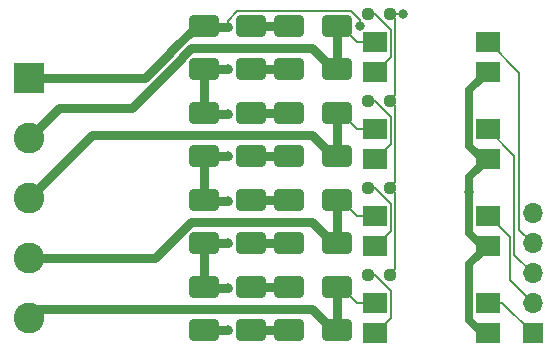
<source format=gbr>
%TF.GenerationSoftware,KiCad,Pcbnew,7.0.10*%
%TF.CreationDate,2024-01-09T12:30:03+01:00*%
%TF.ProjectId,CS_ADD_ON,43535f41-4444-45f4-9f4e-2e6b69636164,rev?*%
%TF.SameCoordinates,Original*%
%TF.FileFunction,Copper,L1,Top*%
%TF.FilePolarity,Positive*%
%FSLAX46Y46*%
G04 Gerber Fmt 4.6, Leading zero omitted, Abs format (unit mm)*
G04 Created by KiCad (PCBNEW 7.0.10) date 2024-01-09 12:30:03*
%MOMM*%
%LPD*%
G01*
G04 APERTURE LIST*
G04 Aperture macros list*
%AMRoundRect*
0 Rectangle with rounded corners*
0 $1 Rounding radius*
0 $2 $3 $4 $5 $6 $7 $8 $9 X,Y pos of 4 corners*
0 Add a 4 corners polygon primitive as box body*
4,1,4,$2,$3,$4,$5,$6,$7,$8,$9,$2,$3,0*
0 Add four circle primitives for the rounded corners*
1,1,$1+$1,$2,$3*
1,1,$1+$1,$4,$5*
1,1,$1+$1,$6,$7*
1,1,$1+$1,$8,$9*
0 Add four rect primitives between the rounded corners*
20,1,$1+$1,$2,$3,$4,$5,0*
20,1,$1+$1,$4,$5,$6,$7,0*
20,1,$1+$1,$6,$7,$8,$9,0*
20,1,$1+$1,$8,$9,$2,$3,0*%
G04 Aperture macros list end*
%TA.AperFunction,SMDPad,CuDef*%
%ADD10R,2.000000X1.780000*%
%TD*%
%TA.AperFunction,SMDPad,CuDef*%
%ADD11RoundRect,0.237500X-0.250000X-0.237500X0.250000X-0.237500X0.250000X0.237500X-0.250000X0.237500X0*%
%TD*%
%TA.AperFunction,ComponentPad*%
%ADD12O,1.700000X1.700000*%
%TD*%
%TA.AperFunction,ComponentPad*%
%ADD13R,1.700000X1.700000*%
%TD*%
%TA.AperFunction,ComponentPad*%
%ADD14C,2.600000*%
%TD*%
%TA.AperFunction,ComponentPad*%
%ADD15R,2.600000X2.600000*%
%TD*%
%TA.AperFunction,SMDPad,CuDef*%
%ADD16RoundRect,0.250000X-1.000000X-0.650000X1.000000X-0.650000X1.000000X0.650000X-1.000000X0.650000X0*%
%TD*%
%TA.AperFunction,SMDPad,CuDef*%
%ADD17RoundRect,0.250000X1.000000X0.650000X-1.000000X0.650000X-1.000000X-0.650000X1.000000X-0.650000X0*%
%TD*%
%TA.AperFunction,ViaPad*%
%ADD18C,0.800000*%
%TD*%
%TA.AperFunction,Conductor*%
%ADD19C,0.800000*%
%TD*%
%TA.AperFunction,Conductor*%
%ADD20C,0.700000*%
%TD*%
%TA.AperFunction,Conductor*%
%ADD21C,0.200000*%
%TD*%
G04 APERTURE END LIST*
D10*
%TO.P,U501,4*%
%TO.N,/CS4/TTL*%
X191074000Y-115443000D03*
%TO.P,U501,3*%
%TO.N,GND*%
X191074000Y-117983000D03*
%TO.P,U501,2*%
%TO.N,Net-(R501-Pad1)*%
X181544000Y-117983000D03*
%TO.P,U501,1*%
%TO.N,/CS4/CS*%
X181544000Y-115443000D03*
%TD*%
%TO.P,U401,4*%
%TO.N,/CS3/TTL*%
X191074000Y-122809000D03*
%TO.P,U401,3*%
%TO.N,GND*%
X191074000Y-125349000D03*
%TO.P,U401,2*%
%TO.N,Net-(R401-Pad1)*%
X181544000Y-125349000D03*
%TO.P,U401,1*%
%TO.N,/CS3/CS*%
X181544000Y-122809000D03*
%TD*%
%TO.P,U301,4*%
%TO.N,/CS2/TTL*%
X191074000Y-130175000D03*
%TO.P,U301,3*%
%TO.N,GND*%
X191074000Y-132715000D03*
%TO.P,U301,2*%
%TO.N,Net-(R301-Pad1)*%
X181544000Y-132715000D03*
%TO.P,U301,1*%
%TO.N,/CS2/CS*%
X181544000Y-130175000D03*
%TD*%
%TO.P,U201,1*%
%TO.N,/CS1/CS*%
X181544000Y-137541000D03*
%TO.P,U201,2*%
%TO.N,Net-(R201-Pad1)*%
X181544000Y-140081000D03*
%TO.P,U201,3*%
%TO.N,GND*%
X191074000Y-140081000D03*
%TO.P,U201,4*%
%TO.N,/CS1/TTL*%
X191074000Y-137541000D03*
%TD*%
D11*
%TO.P,R501,2*%
%TO.N,COM*%
X182776500Y-113030000D03*
%TO.P,R501,1*%
%TO.N,Net-(R501-Pad1)*%
X180951500Y-113030000D03*
%TD*%
%TO.P,R401,2*%
%TO.N,COM*%
X182776500Y-120396000D03*
%TO.P,R401,1*%
%TO.N,Net-(R401-Pad1)*%
X180951500Y-120396000D03*
%TD*%
%TO.P,R301,2*%
%TO.N,COM*%
X182776500Y-127762000D03*
%TO.P,R301,1*%
%TO.N,Net-(R301-Pad1)*%
X180951500Y-127762000D03*
%TD*%
%TO.P,R201,2*%
%TO.N,COM*%
X182776500Y-135128000D03*
%TO.P,R201,1*%
%TO.N,Net-(R201-Pad1)*%
X180951500Y-135128000D03*
%TD*%
D12*
%TO.P,J102,5,Pin_5*%
%TO.N,GND*%
X194863000Y-129941000D03*
%TO.P,J102,4,Pin_4*%
%TO.N,/CS4/TTL*%
X194863000Y-132481000D03*
%TO.P,J102,3,Pin_3*%
%TO.N,/CS3/TTL*%
X194863000Y-135021000D03*
%TO.P,J102,2,Pin_2*%
%TO.N,/CS2/TTL*%
X194863000Y-137561000D03*
D13*
%TO.P,J102,1,Pin_1*%
%TO.N,/CS1/TTL*%
X194863000Y-140101000D03*
%TD*%
D14*
%TO.P,J101,5,Pin_5*%
%TO.N,/CS1/CS*%
X152195000Y-138811000D03*
%TO.P,J101,4,Pin_4*%
%TO.N,/CS2/CS*%
X152195000Y-133731000D03*
%TO.P,J101,3,Pin_3*%
%TO.N,/CS3/CS*%
X152195000Y-128651000D03*
%TO.P,J101,2,Pin_2*%
%TO.N,/CS4/CS*%
X152195000Y-123571000D03*
D15*
%TO.P,J101,1,Pin_1*%
%TO.N,COM*%
X152195000Y-118491000D03*
%TD*%
D16*
%TO.P,D504,2,A*%
%TO.N,Net-(D503-K)*%
X171044000Y-114073000D03*
%TO.P,D504,1,K*%
%TO.N,COM*%
X167044000Y-114073000D03*
%TD*%
%TO.P,D503,2,A*%
%TO.N,/CS4/CS*%
X178276000Y-114046000D03*
%TO.P,D503,1,K*%
%TO.N,Net-(D503-K)*%
X174276000Y-114046000D03*
%TD*%
D17*
%TO.P,D502,2,A*%
%TO.N,COM*%
X167037000Y-117729000D03*
%TO.P,D502,1,K*%
%TO.N,Net-(D501-A)*%
X171037000Y-117729000D03*
%TD*%
%TO.P,D501,2,A*%
%TO.N,Net-(D501-A)*%
X174276000Y-117729000D03*
%TO.P,D501,1,K*%
%TO.N,/CS4/CS*%
X178276000Y-117729000D03*
%TD*%
D16*
%TO.P,D404,2,A*%
%TO.N,Net-(D403-K)*%
X171044000Y-121439000D03*
%TO.P,D404,1,K*%
%TO.N,COM*%
X167044000Y-121439000D03*
%TD*%
%TO.P,D403,2,A*%
%TO.N,/CS3/CS*%
X178276000Y-121412000D03*
%TO.P,D403,1,K*%
%TO.N,Net-(D403-K)*%
X174276000Y-121412000D03*
%TD*%
D17*
%TO.P,D402,2,A*%
%TO.N,COM*%
X167037000Y-125095000D03*
%TO.P,D402,1,K*%
%TO.N,Net-(D401-A)*%
X171037000Y-125095000D03*
%TD*%
%TO.P,D401,2,A*%
%TO.N,Net-(D401-A)*%
X174276000Y-125095000D03*
%TO.P,D401,1,K*%
%TO.N,/CS3/CS*%
X178276000Y-125095000D03*
%TD*%
D16*
%TO.P,D304,2,A*%
%TO.N,Net-(D303-K)*%
X171044000Y-128805000D03*
%TO.P,D304,1,K*%
%TO.N,COM*%
X167044000Y-128805000D03*
%TD*%
%TO.P,D303,2,A*%
%TO.N,/CS2/CS*%
X178276000Y-128778000D03*
%TO.P,D303,1,K*%
%TO.N,Net-(D303-K)*%
X174276000Y-128778000D03*
%TD*%
D17*
%TO.P,D302,2,A*%
%TO.N,COM*%
X167037000Y-132461000D03*
%TO.P,D302,1,K*%
%TO.N,Net-(D301-A)*%
X171037000Y-132461000D03*
%TD*%
%TO.P,D301,2,A*%
%TO.N,Net-(D301-A)*%
X174276000Y-132461000D03*
%TO.P,D301,1,K*%
%TO.N,/CS2/CS*%
X178276000Y-132461000D03*
%TD*%
D16*
%TO.P,D204,2,A*%
%TO.N,Net-(D203-K)*%
X171044000Y-136171000D03*
%TO.P,D204,1,K*%
%TO.N,COM*%
X167044000Y-136171000D03*
%TD*%
%TO.P,D203,2,A*%
%TO.N,/CS1/CS*%
X178276000Y-136144000D03*
%TO.P,D203,1,K*%
%TO.N,Net-(D203-K)*%
X174276000Y-136144000D03*
%TD*%
D17*
%TO.P,D202,2,A*%
%TO.N,COM*%
X167037000Y-139827000D03*
%TO.P,D202,1,K*%
%TO.N,Net-(D201-A)*%
X171037000Y-139827000D03*
%TD*%
%TO.P,D201,2,A*%
%TO.N,Net-(D201-A)*%
X174276000Y-139827000D03*
%TO.P,D201,1,K*%
%TO.N,/CS1/CS*%
X178276000Y-139827000D03*
%TD*%
D18*
%TO.N,GND*%
X189524000Y-128143000D03*
%TO.N,COM*%
X180213000Y-114046000D03*
X183896000Y-113030000D03*
X169037000Y-114173000D03*
X169037000Y-117729000D03*
X169037000Y-121539000D03*
X169037000Y-125095000D03*
X169037000Y-128905000D03*
X169037000Y-132461000D03*
X169037000Y-139827000D03*
X169037000Y-136271000D03*
%TD*%
D19*
%TO.N,COM*%
X164186999Y-116338787D02*
X162034786Y-118491000D01*
X162034786Y-118491000D02*
X152195000Y-118491000D01*
X164186999Y-116305777D02*
X164186999Y-116338787D01*
X166419776Y-114073000D02*
X164186999Y-116305777D01*
X167044000Y-114073000D02*
X166419776Y-114073000D01*
%TO.N,/CS4/CS*%
X160909000Y-121031000D02*
X154735000Y-121031000D01*
X154735000Y-121031000D02*
X152195000Y-123571000D01*
X165187000Y-116719990D02*
X165187000Y-116753000D01*
X176149000Y-115951000D02*
X165955990Y-115951000D01*
X165955990Y-115951000D02*
X165187000Y-116719990D01*
X177927000Y-117729000D02*
X176149000Y-115951000D01*
X178276000Y-117729000D02*
X177927000Y-117729000D01*
X165187000Y-116753000D02*
X160909000Y-121031000D01*
D20*
%TO.N,GND*%
X189524000Y-128143000D02*
X189524000Y-126899000D01*
X189524000Y-131615000D02*
X189524000Y-128143000D01*
X190624000Y-140081000D02*
X191074000Y-140081000D01*
X189524000Y-138981000D02*
X190624000Y-140081000D01*
X189524000Y-134265000D02*
X189524000Y-138981000D01*
X191074000Y-132715000D02*
X189524000Y-134265000D01*
X189524000Y-126899000D02*
X191074000Y-125349000D01*
X190624000Y-132715000D02*
X189524000Y-131615000D01*
X191074000Y-132715000D02*
X190624000Y-132715000D01*
X190627000Y-125349000D02*
X191074000Y-125349000D01*
X189524000Y-124246000D02*
X190627000Y-125349000D01*
X189524000Y-119533000D02*
X189524000Y-124246000D01*
X191074000Y-117983000D02*
X189524000Y-119533000D01*
D21*
%TO.N,/CS3/TTL*%
X193313000Y-133471000D02*
X194863000Y-135021000D01*
X193313000Y-125048000D02*
X193313000Y-133471000D01*
X191074000Y-122809000D02*
X193313000Y-125048000D01*
%TO.N,/CS4/TTL*%
X191135000Y-115443000D02*
X191074000Y-115443000D01*
X193713000Y-131331000D02*
X193713000Y-118021000D01*
X194863000Y-132481000D02*
X193713000Y-131331000D01*
X193713000Y-118021000D02*
X191135000Y-115443000D01*
%TO.N,COM*%
X169037000Y-113645256D02*
X169037000Y-114173000D01*
X169836256Y-112846000D02*
X169037000Y-113645256D01*
X179510744Y-112846000D02*
X169836256Y-112846000D01*
X180213000Y-113548256D02*
X179510744Y-112846000D01*
X180213000Y-114046000D02*
X180213000Y-113548256D01*
X182776500Y-113030000D02*
X183896000Y-113030000D01*
X183244000Y-113497500D02*
X182776500Y-113030000D01*
X183244000Y-119928500D02*
X183244000Y-113497500D01*
X182776500Y-120396000D02*
X183244000Y-119928500D01*
X183244000Y-120863500D02*
X182776500Y-120396000D01*
X183244000Y-127294500D02*
X183244000Y-120863500D01*
X182776500Y-127762000D02*
X183244000Y-127294500D01*
X183244000Y-128229500D02*
X182776500Y-127762000D01*
X183244000Y-134660500D02*
X183244000Y-128229500D01*
X182776500Y-135128000D02*
X183244000Y-134660500D01*
D19*
X167037000Y-136164000D02*
X167044000Y-136171000D01*
X167037000Y-132461000D02*
X167037000Y-136164000D01*
X167037000Y-125095000D02*
X167037000Y-128798000D01*
X167037000Y-128798000D02*
X167044000Y-128805000D01*
X167044000Y-117736000D02*
X167037000Y-117729000D01*
X167044000Y-121439000D02*
X167044000Y-117736000D01*
%TO.N,/CS3/CS*%
X176149000Y-123317000D02*
X157529000Y-123317000D01*
X157529000Y-123317000D02*
X152195000Y-128651000D01*
X177927000Y-125095000D02*
X176149000Y-123317000D01*
X178276000Y-125095000D02*
X177927000Y-125095000D01*
%TO.N,/CS2/CS*%
X176149000Y-130683000D02*
X177927000Y-132461000D01*
X165955990Y-130683000D02*
X176149000Y-130683000D01*
X177927000Y-132461000D02*
X178276000Y-132461000D01*
X162907990Y-133731000D02*
X165955990Y-130683000D01*
X152195000Y-133731000D02*
X162907990Y-133731000D01*
%TO.N,/CS1/CS*%
X152957000Y-138049000D02*
X152195000Y-138811000D01*
X176149000Y-138049000D02*
X152957000Y-138049000D01*
X177927000Y-139827000D02*
X176149000Y-138049000D01*
X178276000Y-139827000D02*
X177927000Y-139827000D01*
D21*
%TO.N,/CS1/TTL*%
X192303000Y-137541000D02*
X194863000Y-140101000D01*
X191074000Y-137541000D02*
X192303000Y-137541000D01*
%TO.N,/CS2/TTL*%
X192913000Y-131913000D02*
X192913000Y-135611000D01*
X192913000Y-135611000D02*
X194863000Y-137561000D01*
X191175000Y-130175000D02*
X192913000Y-131913000D01*
X191074000Y-130175000D02*
X191175000Y-130175000D01*
D19*
%TO.N,/CS4/CS*%
X178276000Y-117729000D02*
X178276000Y-114046000D01*
%TO.N,Net-(D503-K)*%
X171044000Y-114073000D02*
X174249000Y-114073000D01*
X174249000Y-114073000D02*
X174276000Y-114046000D01*
%TO.N,Net-(D501-A)*%
X171037000Y-117729000D02*
X174276000Y-117729000D01*
%TO.N,COM*%
X167037000Y-117729000D02*
X169037000Y-117729000D01*
X167144000Y-114173000D02*
X167044000Y-114073000D01*
X169037000Y-114173000D02*
X167144000Y-114173000D01*
D21*
%TO.N,/CS4/CS*%
X178276000Y-114046000D02*
X178562000Y-114046000D01*
X178562000Y-114046000D02*
X179959000Y-115443000D01*
X179959000Y-115443000D02*
X181544000Y-115443000D01*
%TO.N,Net-(R501-Pad1)*%
X181544000Y-117983000D02*
X182844000Y-116683000D01*
X182844000Y-116683000D02*
X182844000Y-114391000D01*
X182844000Y-114391000D02*
X181483000Y-113030000D01*
X181483000Y-113030000D02*
X180951500Y-113030000D01*
D19*
%TO.N,/CS3/CS*%
X178276000Y-125095000D02*
X178276000Y-121412000D01*
%TO.N,Net-(D403-K)*%
X171044000Y-121439000D02*
X174249000Y-121439000D01*
X174249000Y-121439000D02*
X174276000Y-121412000D01*
%TO.N,Net-(D401-A)*%
X171037000Y-125095000D02*
X174276000Y-125095000D01*
%TO.N,COM*%
X167037000Y-125095000D02*
X169037000Y-125095000D01*
X167144000Y-121539000D02*
X167044000Y-121439000D01*
X169037000Y-121539000D02*
X167144000Y-121539000D01*
D21*
%TO.N,/CS3/CS*%
X178276000Y-121412000D02*
X178562000Y-121412000D01*
X178562000Y-121412000D02*
X179959000Y-122809000D01*
X179959000Y-122809000D02*
X181544000Y-122809000D01*
%TO.N,Net-(R401-Pad1)*%
X181544000Y-125349000D02*
X182844000Y-124049000D01*
X182844000Y-124049000D02*
X182844000Y-121757000D01*
X182844000Y-121757000D02*
X181483000Y-120396000D01*
X181483000Y-120396000D02*
X180951500Y-120396000D01*
D19*
%TO.N,/CS2/CS*%
X178276000Y-132461000D02*
X178276000Y-128778000D01*
%TO.N,Net-(D303-K)*%
X171044000Y-128805000D02*
X174249000Y-128805000D01*
X174249000Y-128805000D02*
X174276000Y-128778000D01*
%TO.N,Net-(D301-A)*%
X171037000Y-132461000D02*
X174276000Y-132461000D01*
%TO.N,COM*%
X167037000Y-132461000D02*
X169037000Y-132461000D01*
X167144000Y-128905000D02*
X167044000Y-128805000D01*
X169037000Y-128905000D02*
X167144000Y-128905000D01*
D21*
%TO.N,/CS2/CS*%
X178276000Y-128778000D02*
X178562000Y-128778000D01*
X178562000Y-128778000D02*
X179959000Y-130175000D01*
X179959000Y-130175000D02*
X181544000Y-130175000D01*
%TO.N,Net-(R301-Pad1)*%
X181544000Y-132715000D02*
X182844000Y-131415000D01*
X182844000Y-131415000D02*
X182844000Y-129123000D01*
X182844000Y-129123000D02*
X181483000Y-127762000D01*
X181483000Y-127762000D02*
X180951500Y-127762000D01*
%TO.N,Net-(R201-Pad1)*%
X181483000Y-135128000D02*
X180951500Y-135128000D01*
X182844000Y-136489000D02*
X181483000Y-135128000D01*
X182844000Y-138781000D02*
X182844000Y-136489000D01*
X181544000Y-140081000D02*
X182844000Y-138781000D01*
%TO.N,/CS1/CS*%
X179959000Y-137541000D02*
X181544000Y-137541000D01*
X178562000Y-136144000D02*
X179959000Y-137541000D01*
X178276000Y-136144000D02*
X178562000Y-136144000D01*
D19*
%TO.N,COM*%
X169037000Y-136271000D02*
X167144000Y-136271000D01*
X167144000Y-136271000D02*
X167044000Y-136171000D01*
X167037000Y-139827000D02*
X169037000Y-139827000D01*
%TO.N,Net-(D201-A)*%
X171037000Y-139827000D02*
X174276000Y-139827000D01*
%TO.N,Net-(D203-K)*%
X174249000Y-136171000D02*
X174276000Y-136144000D01*
X171044000Y-136171000D02*
X174249000Y-136171000D01*
%TO.N,/CS1/CS*%
X178276000Y-139827000D02*
X178276000Y-136144000D01*
%TD*%
M02*

</source>
